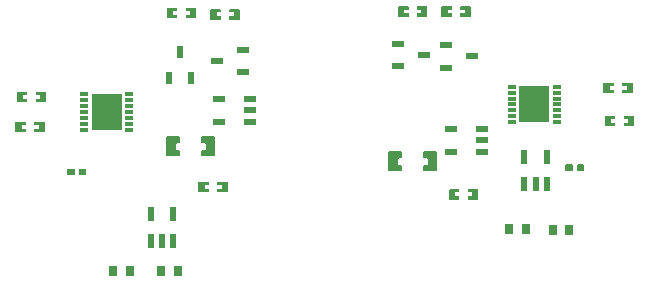
<source format=gtp>
G04 Layer: TopPasteMaskLayer*
G04 EasyEDA v6.5.29, 2023-07-10 19:36:55*
G04 1e7b4ab6233f4b76a91dc94f4c831b37,398929e9e95146ce9e037ed163e1f376,10*
G04 Gerber Generator version 0.2*
G04 Scale: 100 percent, Rotated: No, Reflected: No *
G04 Dimensions in millimeters *
G04 leading zeros omitted , absolute positions ,4 integer and 5 decimal *
%FSLAX45Y45*%
%MOMM*%

%AMMACRO1*21,1,$1,$2,0,0,$3*%
%ADD10R,0.8000X0.9000*%
%ADD11MACRO1,0.665X0.28X0.0000*%
%ADD12MACRO1,2.6X3X0.0000*%
%ADD13R,1.0000X0.6000*%
%ADD14R,0.4900X1.1570*%
%ADD15R,0.4900X1.1750*%
%ADD16R,0.5320X1.0375*%
%ADD17MACRO1,0.532X1.0375X90.0000*%
%ADD18MACRO1,0.532X1.0375X-90.0000*%
%ADD19C,0.0165*%

%LPD*%
G36*
X1445564Y-5025694D02*
G01*
X1440535Y-5030673D01*
X1440535Y-5075682D01*
X1445564Y-5080660D01*
X1493520Y-5080660D01*
X1500530Y-5075682D01*
X1500530Y-5030673D01*
X1493520Y-5025694D01*
G37*
G36*
X1543558Y-5025694D02*
G01*
X1536547Y-5030673D01*
X1536547Y-5075682D01*
X1543558Y-5080660D01*
X1591564Y-5080660D01*
X1596542Y-5075682D01*
X1596542Y-5030673D01*
X1591564Y-5025694D01*
G37*
G36*
X5661964Y-4987594D02*
G01*
X5656935Y-4992573D01*
X5656935Y-5037582D01*
X5661964Y-5042560D01*
X5709920Y-5042560D01*
X5716930Y-5037582D01*
X5716930Y-4992573D01*
X5709920Y-4987594D01*
G37*
G36*
X5759958Y-4987594D02*
G01*
X5752947Y-4992573D01*
X5752947Y-5037582D01*
X5759958Y-5042560D01*
X5807964Y-5042560D01*
X5812942Y-5037582D01*
X5812942Y-4992573D01*
X5807964Y-4987594D01*
G37*
G36*
X1177036Y-4373168D02*
G01*
X1172057Y-4378198D01*
X1172057Y-4400956D01*
X1209040Y-4400956D01*
X1209040Y-4433976D01*
X1172057Y-4433976D01*
X1172057Y-4458157D01*
X1177036Y-4463186D01*
X1257046Y-4463186D01*
X1262024Y-4458157D01*
X1262024Y-4378198D01*
X1257046Y-4373168D01*
G37*
G36*
X1018032Y-4373168D02*
G01*
X1013053Y-4378198D01*
X1013053Y-4458157D01*
X1018032Y-4463186D01*
X1097026Y-4463186D01*
X1102055Y-4458157D01*
X1102055Y-4433976D01*
X1064056Y-4433976D01*
X1064056Y-4400956D01*
X1102055Y-4400956D01*
X1102055Y-4378198D01*
X1097026Y-4373168D01*
G37*
G36*
X1164336Y-4627168D02*
G01*
X1159357Y-4632198D01*
X1159357Y-4654956D01*
X1196340Y-4654956D01*
X1196340Y-4687976D01*
X1159357Y-4687976D01*
X1159357Y-4712157D01*
X1164336Y-4717186D01*
X1244346Y-4717186D01*
X1249324Y-4712157D01*
X1249324Y-4632198D01*
X1244346Y-4627168D01*
G37*
G36*
X1005332Y-4627168D02*
G01*
X1000353Y-4632198D01*
X1000353Y-4712157D01*
X1005332Y-4717186D01*
X1084326Y-4717186D01*
X1089355Y-4712157D01*
X1089355Y-4687976D01*
X1051356Y-4687976D01*
X1051356Y-4654956D01*
X1089355Y-4654956D01*
X1089355Y-4632198D01*
X1084326Y-4627168D01*
G37*
G36*
X2447036Y-3661968D02*
G01*
X2442057Y-3666998D01*
X2442057Y-3689756D01*
X2479040Y-3689756D01*
X2479040Y-3722776D01*
X2442057Y-3722776D01*
X2442057Y-3746957D01*
X2447036Y-3751986D01*
X2527046Y-3751986D01*
X2532024Y-3746957D01*
X2532024Y-3666998D01*
X2527046Y-3661968D01*
G37*
G36*
X2288032Y-3661968D02*
G01*
X2283053Y-3666998D01*
X2283053Y-3746957D01*
X2288032Y-3751986D01*
X2367026Y-3751986D01*
X2372055Y-3746957D01*
X2372055Y-3722776D01*
X2334056Y-3722776D01*
X2334056Y-3689756D01*
X2372055Y-3689756D01*
X2372055Y-3666998D01*
X2367026Y-3661968D01*
G37*
G36*
X2815336Y-3674668D02*
G01*
X2810357Y-3679698D01*
X2810357Y-3702456D01*
X2847340Y-3702456D01*
X2847340Y-3735476D01*
X2810357Y-3735476D01*
X2810357Y-3759657D01*
X2815336Y-3764686D01*
X2895346Y-3764686D01*
X2900324Y-3759657D01*
X2900324Y-3679698D01*
X2895346Y-3674668D01*
G37*
G36*
X2656332Y-3674668D02*
G01*
X2651353Y-3679698D01*
X2651353Y-3759657D01*
X2656332Y-3764686D01*
X2735326Y-3764686D01*
X2740355Y-3759657D01*
X2740355Y-3735476D01*
X2702356Y-3735476D01*
X2702356Y-3702456D01*
X2740355Y-3702456D01*
X2740355Y-3679698D01*
X2735326Y-3674668D01*
G37*
G36*
X2713736Y-5135168D02*
G01*
X2708757Y-5140198D01*
X2708757Y-5162956D01*
X2745740Y-5162956D01*
X2745740Y-5195976D01*
X2708757Y-5195976D01*
X2708757Y-5220157D01*
X2713736Y-5225186D01*
X2793746Y-5225186D01*
X2798724Y-5220157D01*
X2798724Y-5140198D01*
X2793746Y-5135168D01*
G37*
G36*
X2554732Y-5135168D02*
G01*
X2549753Y-5140198D01*
X2549753Y-5220157D01*
X2554732Y-5225186D01*
X2633726Y-5225186D01*
X2638755Y-5220157D01*
X2638755Y-5195976D01*
X2600756Y-5195976D01*
X2600756Y-5162956D01*
X2638755Y-5162956D01*
X2638755Y-5140198D01*
X2633726Y-5135168D01*
G37*
G36*
X4834636Y-5198668D02*
G01*
X4829657Y-5203698D01*
X4829657Y-5226456D01*
X4866640Y-5226456D01*
X4866640Y-5259476D01*
X4829657Y-5259476D01*
X4829657Y-5283657D01*
X4834636Y-5288686D01*
X4914646Y-5288686D01*
X4919624Y-5283657D01*
X4919624Y-5203698D01*
X4914646Y-5198668D01*
G37*
G36*
X4675632Y-5198668D02*
G01*
X4670653Y-5203698D01*
X4670653Y-5283657D01*
X4675632Y-5288686D01*
X4754626Y-5288686D01*
X4759655Y-5283657D01*
X4759655Y-5259476D01*
X4721656Y-5259476D01*
X4721656Y-5226456D01*
X4759655Y-5226456D01*
X4759655Y-5203698D01*
X4754626Y-5198668D01*
G37*
G36*
X6155436Y-4576368D02*
G01*
X6150457Y-4581398D01*
X6150457Y-4604156D01*
X6187440Y-4604156D01*
X6187440Y-4637176D01*
X6150457Y-4637176D01*
X6150457Y-4661357D01*
X6155436Y-4666386D01*
X6235446Y-4666386D01*
X6240424Y-4661357D01*
X6240424Y-4581398D01*
X6235446Y-4576368D01*
G37*
G36*
X5996432Y-4576368D02*
G01*
X5991453Y-4581398D01*
X5991453Y-4661357D01*
X5996432Y-4666386D01*
X6075426Y-4666386D01*
X6080455Y-4661357D01*
X6080455Y-4637176D01*
X6042456Y-4637176D01*
X6042456Y-4604156D01*
X6080455Y-4604156D01*
X6080455Y-4581398D01*
X6075426Y-4576368D01*
G37*
G36*
X6142736Y-4296968D02*
G01*
X6137757Y-4301998D01*
X6137757Y-4324756D01*
X6174740Y-4324756D01*
X6174740Y-4357776D01*
X6137757Y-4357776D01*
X6137757Y-4381957D01*
X6142736Y-4386986D01*
X6222746Y-4386986D01*
X6227724Y-4381957D01*
X6227724Y-4301998D01*
X6222746Y-4296968D01*
G37*
G36*
X5983732Y-4296968D02*
G01*
X5978753Y-4301998D01*
X5978753Y-4381957D01*
X5983732Y-4386986D01*
X6062726Y-4386986D01*
X6067755Y-4381957D01*
X6067755Y-4357776D01*
X6029756Y-4357776D01*
X6029756Y-4324756D01*
X6067755Y-4324756D01*
X6067755Y-4301998D01*
X6062726Y-4296968D01*
G37*
G36*
X4612132Y-3649268D02*
G01*
X4607153Y-3654247D01*
X4607153Y-3734257D01*
X4612132Y-3739286D01*
X4692142Y-3739286D01*
X4697120Y-3734257D01*
X4697120Y-3711498D01*
X4660138Y-3711498D01*
X4660138Y-3678478D01*
X4697120Y-3678478D01*
X4697120Y-3654247D01*
X4692142Y-3649268D01*
G37*
G36*
X4772152Y-3649268D02*
G01*
X4767122Y-3654247D01*
X4767122Y-3678478D01*
X4805121Y-3678478D01*
X4805121Y-3711498D01*
X4767122Y-3711498D01*
X4767122Y-3734257D01*
X4772152Y-3739286D01*
X4851146Y-3739286D01*
X4856124Y-3734257D01*
X4856124Y-3654247D01*
X4851146Y-3649268D01*
G37*
G36*
X4243832Y-3649268D02*
G01*
X4238853Y-3654247D01*
X4238853Y-3734257D01*
X4243832Y-3739286D01*
X4323842Y-3739286D01*
X4328820Y-3734257D01*
X4328820Y-3711498D01*
X4291838Y-3711498D01*
X4291838Y-3678478D01*
X4328820Y-3678478D01*
X4328820Y-3654247D01*
X4323842Y-3649268D01*
G37*
G36*
X4403852Y-3649268D02*
G01*
X4398822Y-3654247D01*
X4398822Y-3678478D01*
X4436821Y-3678478D01*
X4436821Y-3711498D01*
X4398822Y-3711498D01*
X4398822Y-3734257D01*
X4403852Y-3739286D01*
X4482846Y-3739286D01*
X4487824Y-3734257D01*
X4487824Y-3654247D01*
X4482846Y-3649268D01*
G37*
G36*
X2581249Y-4752238D02*
G01*
X2571242Y-4762246D01*
X2571242Y-4798364D01*
X2581249Y-4808372D01*
X2602280Y-4808372D01*
X2612288Y-4818380D01*
X2612288Y-4856175D01*
X2602280Y-4866182D01*
X2581249Y-4866182D01*
X2571242Y-4876190D01*
X2571242Y-4912309D01*
X2581249Y-4922316D01*
X2681986Y-4922316D01*
X2691993Y-4912309D01*
X2691993Y-4762246D01*
X2681986Y-4752238D01*
G37*
G36*
X2285492Y-4752238D02*
G01*
X2275484Y-4762246D01*
X2275484Y-4912309D01*
X2285492Y-4922316D01*
X2386228Y-4922316D01*
X2396236Y-4912309D01*
X2396236Y-4876190D01*
X2386228Y-4866182D01*
X2365197Y-4866182D01*
X2355189Y-4856175D01*
X2355189Y-4818380D01*
X2365197Y-4808372D01*
X2386228Y-4808372D01*
X2396236Y-4798364D01*
X2396236Y-4762246D01*
X2386228Y-4752238D01*
G37*
G36*
X4460849Y-4879238D02*
G01*
X4450842Y-4889246D01*
X4450842Y-4925364D01*
X4460849Y-4935372D01*
X4481880Y-4935372D01*
X4491888Y-4945380D01*
X4491888Y-4983175D01*
X4481880Y-4993182D01*
X4460849Y-4993182D01*
X4450842Y-5003190D01*
X4450842Y-5039309D01*
X4460849Y-5049316D01*
X4561586Y-5049316D01*
X4571593Y-5039309D01*
X4571593Y-4889246D01*
X4561586Y-4879238D01*
G37*
G36*
X4165092Y-4879238D02*
G01*
X4155084Y-4889246D01*
X4155084Y-5039309D01*
X4165092Y-5049316D01*
X4265828Y-5049316D01*
X4275836Y-5039309D01*
X4275836Y-5003190D01*
X4265828Y-4993182D01*
X4244797Y-4993182D01*
X4234789Y-4983175D01*
X4234789Y-4945380D01*
X4244797Y-4935372D01*
X4265828Y-4935372D01*
X4275836Y-4925364D01*
X4275836Y-4889246D01*
X4265828Y-4879238D01*
G37*
D10*
G01*
X2375946Y-5891372D03*
G01*
X2235941Y-5891372D03*
G01*
X1969546Y-5891372D03*
G01*
X1829541Y-5891372D03*
G01*
X5690646Y-5548472D03*
G01*
X5550641Y-5548472D03*
G01*
X5322346Y-5535772D03*
G01*
X5182341Y-5535772D03*
D11*
G01*
X1581793Y-4395160D03*
G01*
X1581793Y-4445160D03*
G01*
X1581793Y-4495159D03*
G01*
X1581793Y-4545159D03*
G01*
X1581793Y-4595159D03*
G01*
X1581793Y-4645159D03*
G01*
X1581793Y-4695159D03*
G01*
X1963294Y-4395160D03*
G01*
X1963294Y-4445160D03*
G01*
X1963294Y-4495159D03*
G01*
X1963294Y-4545159D03*
G01*
X1963294Y-4595159D03*
G01*
X1963294Y-4645159D03*
G01*
X1963294Y-4695159D03*
D12*
G01*
X1772544Y-4545159D03*
D11*
G01*
X5582794Y-4631684D03*
G01*
X5582794Y-4581685D03*
G01*
X5582794Y-4531685D03*
G01*
X5582794Y-4481685D03*
G01*
X5582794Y-4431685D03*
G01*
X5582794Y-4381685D03*
G01*
X5582794Y-4331685D03*
G01*
X5201293Y-4631684D03*
G01*
X5201293Y-4581685D03*
G01*
X5201293Y-4531685D03*
G01*
X5201293Y-4481685D03*
G01*
X5201293Y-4431685D03*
G01*
X5201293Y-4381685D03*
G01*
X5201293Y-4331685D03*
D12*
G01*
X5392044Y-4481685D03*
D13*
G01*
X2722021Y-4627468D03*
G01*
X2722021Y-4437476D03*
G01*
X2982066Y-4437476D03*
G01*
X2982066Y-4532472D03*
G01*
X2982066Y-4627468D03*
G01*
X4690521Y-4881468D03*
G01*
X4690521Y-4691476D03*
G01*
X4950566Y-4691476D03*
G01*
X4950566Y-4786472D03*
G01*
X4950566Y-4881468D03*
D14*
G01*
X2147448Y-5638439D03*
G01*
X2242444Y-5638439D03*
G01*
X2337440Y-5638439D03*
D15*
G01*
X2337440Y-5407705D03*
G01*
X2147448Y-5407705D03*
D14*
G01*
X5309748Y-5155839D03*
G01*
X5404744Y-5155839D03*
G01*
X5499740Y-5155839D03*
D15*
G01*
X5499740Y-4925105D03*
G01*
X5309748Y-4925105D03*
D16*
G01*
X2299848Y-4261606D03*
G01*
X2489840Y-4261606D03*
G01*
X2394844Y-4041338D03*
D17*
G01*
X2924069Y-4208372D03*
G01*
X2924069Y-4018372D03*
G01*
X2703818Y-4113372D03*
D18*
G01*
X4646918Y-3980272D03*
G01*
X4646918Y-4170272D03*
G01*
X4867169Y-4075272D03*
G01*
X4240518Y-3967572D03*
G01*
X4240518Y-4157572D03*
G01*
X4460769Y-4062572D03*
M02*

</source>
